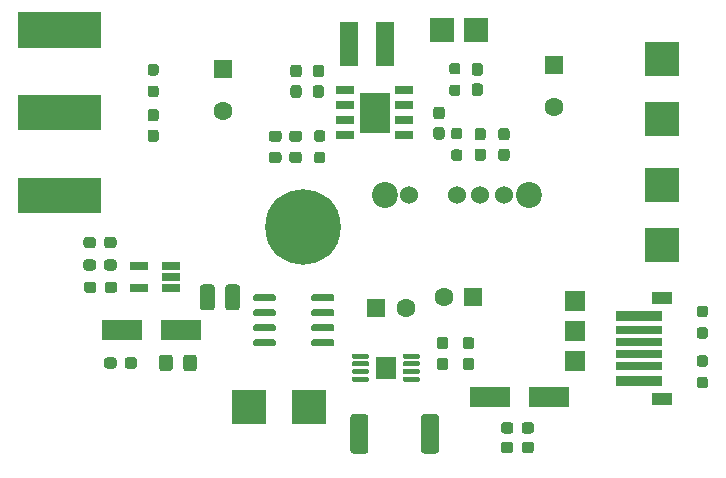
<source format=gbr>
%TF.GenerationSoftware,KiCad,Pcbnew,(5.1.6-0-10_14)*%
%TF.CreationDate,2022-04-17T17:35:50+02:00*%
%TF.ProjectId,smoke_extractor,736d6f6b-655f-4657-9874-726163746f72,rev?*%
%TF.SameCoordinates,Original*%
%TF.FileFunction,Soldermask,Top*%
%TF.FilePolarity,Negative*%
%FSLAX46Y46*%
G04 Gerber Fmt 4.6, Leading zero omitted, Abs format (unit mm)*
G04 Created by KiCad (PCBNEW (5.1.6-0-10_14)) date 2022-04-17 17:35:50*
%MOMM*%
%LPD*%
G01*
G04 APERTURE LIST*
%ADD10R,1.700000X1.700000*%
%ADD11C,1.600000*%
%ADD12R,1.600000X1.600000*%
%ADD13R,3.000000X3.000000*%
%ADD14R,1.500000X3.700000*%
%ADD15R,1.680000X1.880000*%
%ADD16R,1.560000X0.650000*%
%ADD17C,1.524000*%
%ADD18C,2.200000*%
%ADD19R,3.500000X1.800000*%
%ADD20R,2.000000X2.000000*%
%ADD21C,0.800000*%
%ADD22C,6.400000*%
%ADD23R,4.000000X0.700000*%
%ADD24R,4.000000X0.800000*%
%ADD25R,4.000000X0.900000*%
%ADD26C,0.100000*%
%ADD27R,1.505000X0.802000*%
%ADD28R,2.613000X3.502000*%
G04 APERTURE END LIST*
D10*
%TO.C,JPe*%
X66050000Y-41720000D03*
X66050000Y-44260000D03*
X66050000Y-46800000D03*
%TD*%
%TO.C,R13*%
G36*
G01*
X60800000Y-53912500D02*
X60800000Y-54387500D01*
G75*
G02*
X60562500Y-54625000I-237500J0D01*
G01*
X59987500Y-54625000D01*
G75*
G02*
X59750000Y-54387500I0J237500D01*
G01*
X59750000Y-53912500D01*
G75*
G02*
X59987500Y-53675000I237500J0D01*
G01*
X60562500Y-53675000D01*
G75*
G02*
X60800000Y-53912500I0J-237500D01*
G01*
G37*
G36*
G01*
X62550000Y-53912500D02*
X62550000Y-54387500D01*
G75*
G02*
X62312500Y-54625000I-237500J0D01*
G01*
X61737500Y-54625000D01*
G75*
G02*
X61500000Y-54387500I0J237500D01*
G01*
X61500000Y-53912500D01*
G75*
G02*
X61737500Y-53675000I237500J0D01*
G01*
X62312500Y-53675000D01*
G75*
G02*
X62550000Y-53912500I0J-237500D01*
G01*
G37*
%TD*%
D11*
%TO.C,C13*%
X51700000Y-42350000D03*
D12*
X49200000Y-42350000D03*
%TD*%
D11*
%TO.C,C9*%
X54900000Y-41400000D03*
D12*
X57400000Y-41400000D03*
%TD*%
D13*
%TO.C,J3*%
X73400000Y-37030000D03*
X73400000Y-31950000D03*
%TD*%
D14*
%TO.C,L1*%
X46850000Y-20000000D03*
X49950000Y-20000000D03*
%TD*%
%TO.C,9V*%
G36*
G01*
X58237500Y-28150000D02*
X57762500Y-28150000D01*
G75*
G02*
X57525000Y-27912500I0J237500D01*
G01*
X57525000Y-27337500D01*
G75*
G02*
X57762500Y-27100000I237500J0D01*
G01*
X58237500Y-27100000D01*
G75*
G02*
X58475000Y-27337500I0J-237500D01*
G01*
X58475000Y-27912500D01*
G75*
G02*
X58237500Y-28150000I-237500J0D01*
G01*
G37*
G36*
G01*
X58237500Y-29900000D02*
X57762500Y-29900000D01*
G75*
G02*
X57525000Y-29662500I0J237500D01*
G01*
X57525000Y-29087500D01*
G75*
G02*
X57762500Y-28850000I237500J0D01*
G01*
X58237500Y-28850000D01*
G75*
G02*
X58475000Y-29087500I0J-237500D01*
G01*
X58475000Y-29662500D01*
G75*
G02*
X58237500Y-29900000I-237500J0D01*
G01*
G37*
%TD*%
%TO.C,5V*%
G36*
G01*
X60237500Y-28150000D02*
X59762500Y-28150000D01*
G75*
G02*
X59525000Y-27912500I0J237500D01*
G01*
X59525000Y-27337500D01*
G75*
G02*
X59762500Y-27100000I237500J0D01*
G01*
X60237500Y-27100000D01*
G75*
G02*
X60475000Y-27337500I0J-237500D01*
G01*
X60475000Y-27912500D01*
G75*
G02*
X60237500Y-28150000I-237500J0D01*
G01*
G37*
G36*
G01*
X60237500Y-29900000D02*
X59762500Y-29900000D01*
G75*
G02*
X59525000Y-29662500I0J237500D01*
G01*
X59525000Y-29087500D01*
G75*
G02*
X59762500Y-28850000I237500J0D01*
G01*
X60237500Y-28850000D01*
G75*
G02*
X60475000Y-29087500I0J-237500D01*
G01*
X60475000Y-29662500D01*
G75*
G02*
X60237500Y-29900000I-237500J0D01*
G01*
G37*
%TD*%
D15*
%TO.C,U4*%
X50000000Y-47400000D03*
G36*
G01*
X48575000Y-48275000D02*
X48575000Y-48475000D01*
G75*
G02*
X48475000Y-48575000I-100000J0D01*
G01*
X47225000Y-48575000D01*
G75*
G02*
X47125000Y-48475000I0J100000D01*
G01*
X47125000Y-48275000D01*
G75*
G02*
X47225000Y-48175000I100000J0D01*
G01*
X48475000Y-48175000D01*
G75*
G02*
X48575000Y-48275000I0J-100000D01*
G01*
G37*
G36*
G01*
X48575000Y-47625000D02*
X48575000Y-47825000D01*
G75*
G02*
X48475000Y-47925000I-100000J0D01*
G01*
X47225000Y-47925000D01*
G75*
G02*
X47125000Y-47825000I0J100000D01*
G01*
X47125000Y-47625000D01*
G75*
G02*
X47225000Y-47525000I100000J0D01*
G01*
X48475000Y-47525000D01*
G75*
G02*
X48575000Y-47625000I0J-100000D01*
G01*
G37*
G36*
G01*
X48575000Y-46975000D02*
X48575000Y-47175000D01*
G75*
G02*
X48475000Y-47275000I-100000J0D01*
G01*
X47225000Y-47275000D01*
G75*
G02*
X47125000Y-47175000I0J100000D01*
G01*
X47125000Y-46975000D01*
G75*
G02*
X47225000Y-46875000I100000J0D01*
G01*
X48475000Y-46875000D01*
G75*
G02*
X48575000Y-46975000I0J-100000D01*
G01*
G37*
G36*
G01*
X48575000Y-46325000D02*
X48575000Y-46525000D01*
G75*
G02*
X48475000Y-46625000I-100000J0D01*
G01*
X47225000Y-46625000D01*
G75*
G02*
X47125000Y-46525000I0J100000D01*
G01*
X47125000Y-46325000D01*
G75*
G02*
X47225000Y-46225000I100000J0D01*
G01*
X48475000Y-46225000D01*
G75*
G02*
X48575000Y-46325000I0J-100000D01*
G01*
G37*
G36*
G01*
X52875000Y-46325000D02*
X52875000Y-46525000D01*
G75*
G02*
X52775000Y-46625000I-100000J0D01*
G01*
X51525000Y-46625000D01*
G75*
G02*
X51425000Y-46525000I0J100000D01*
G01*
X51425000Y-46325000D01*
G75*
G02*
X51525000Y-46225000I100000J0D01*
G01*
X52775000Y-46225000D01*
G75*
G02*
X52875000Y-46325000I0J-100000D01*
G01*
G37*
G36*
G01*
X52875000Y-46975000D02*
X52875000Y-47175000D01*
G75*
G02*
X52775000Y-47275000I-100000J0D01*
G01*
X51525000Y-47275000D01*
G75*
G02*
X51425000Y-47175000I0J100000D01*
G01*
X51425000Y-46975000D01*
G75*
G02*
X51525000Y-46875000I100000J0D01*
G01*
X52775000Y-46875000D01*
G75*
G02*
X52875000Y-46975000I0J-100000D01*
G01*
G37*
G36*
G01*
X52875000Y-47625000D02*
X52875000Y-47825000D01*
G75*
G02*
X52775000Y-47925000I-100000J0D01*
G01*
X51525000Y-47925000D01*
G75*
G02*
X51425000Y-47825000I0J100000D01*
G01*
X51425000Y-47625000D01*
G75*
G02*
X51525000Y-47525000I100000J0D01*
G01*
X52775000Y-47525000D01*
G75*
G02*
X52875000Y-47625000I0J-100000D01*
G01*
G37*
G36*
G01*
X52875000Y-48275000D02*
X52875000Y-48475000D01*
G75*
G02*
X52775000Y-48575000I-100000J0D01*
G01*
X51525000Y-48575000D01*
G75*
G02*
X51425000Y-48475000I0J100000D01*
G01*
X51425000Y-48275000D01*
G75*
G02*
X51525000Y-48175000I100000J0D01*
G01*
X52775000Y-48175000D01*
G75*
G02*
X52875000Y-48275000I0J-100000D01*
G01*
G37*
%TD*%
D16*
%TO.C,U3*%
X29100000Y-40650000D03*
X29100000Y-38750000D03*
X31800000Y-38750000D03*
X31800000Y-39700000D03*
X31800000Y-40650000D03*
%TD*%
D17*
%TO.C,SW2*%
X56000000Y-32800000D03*
X58000000Y-32800000D03*
X60000000Y-32800000D03*
D18*
X62100000Y-32800000D03*
D17*
X52000000Y-32800000D03*
D18*
X49900000Y-32800000D03*
%TD*%
%TO.C,R10*%
G36*
G01*
X48525000Y-51574999D02*
X48525000Y-54425001D01*
G75*
G02*
X48275001Y-54675000I-249999J0D01*
G01*
X47249999Y-54675000D01*
G75*
G02*
X47000000Y-54425001I0J249999D01*
G01*
X47000000Y-51574999D01*
G75*
G02*
X47249999Y-51325000I249999J0D01*
G01*
X48275001Y-51325000D01*
G75*
G02*
X48525000Y-51574999I0J-249999D01*
G01*
G37*
G36*
G01*
X54500000Y-51574999D02*
X54500000Y-54425001D01*
G75*
G02*
X54250001Y-54675000I-249999J0D01*
G01*
X53224999Y-54675000D01*
G75*
G02*
X52975000Y-54425001I0J249999D01*
G01*
X52975000Y-51574999D01*
G75*
G02*
X53224999Y-51325000I249999J0D01*
G01*
X54250001Y-51325000D01*
G75*
G02*
X54500000Y-51574999I0J-249999D01*
G01*
G37*
%TD*%
%TO.C,R9*%
G36*
G01*
X61500000Y-52737500D02*
X61500000Y-52262500D01*
G75*
G02*
X61737500Y-52025000I237500J0D01*
G01*
X62312500Y-52025000D01*
G75*
G02*
X62550000Y-52262500I0J-237500D01*
G01*
X62550000Y-52737500D01*
G75*
G02*
X62312500Y-52975000I-237500J0D01*
G01*
X61737500Y-52975000D01*
G75*
G02*
X61500000Y-52737500I0J237500D01*
G01*
G37*
G36*
G01*
X59750000Y-52737500D02*
X59750000Y-52262500D01*
G75*
G02*
X59987500Y-52025000I237500J0D01*
G01*
X60562500Y-52025000D01*
G75*
G02*
X60800000Y-52262500I0J-237500D01*
G01*
X60800000Y-52737500D01*
G75*
G02*
X60562500Y-52975000I-237500J0D01*
G01*
X59987500Y-52975000D01*
G75*
G02*
X59750000Y-52737500I0J237500D01*
G01*
G37*
%TD*%
%TO.C,R8*%
G36*
G01*
X32850000Y-47450001D02*
X32850000Y-46549999D01*
G75*
G02*
X33099999Y-46300000I249999J0D01*
G01*
X33750001Y-46300000D01*
G75*
G02*
X34000000Y-46549999I0J-249999D01*
G01*
X34000000Y-47450001D01*
G75*
G02*
X33750001Y-47700000I-249999J0D01*
G01*
X33099999Y-47700000D01*
G75*
G02*
X32850000Y-47450001I0J249999D01*
G01*
G37*
G36*
G01*
X30800000Y-47450001D02*
X30800000Y-46549999D01*
G75*
G02*
X31049999Y-46300000I249999J0D01*
G01*
X31700001Y-46300000D01*
G75*
G02*
X31950000Y-46549999I0J-249999D01*
G01*
X31950000Y-47450001D01*
G75*
G02*
X31700001Y-47700000I-249999J0D01*
G01*
X31049999Y-47700000D01*
G75*
G02*
X30800000Y-47450001I0J249999D01*
G01*
G37*
%TD*%
%TO.C,R7*%
G36*
G01*
X56762500Y-46550000D02*
X57237500Y-46550000D01*
G75*
G02*
X57475000Y-46787500I0J-237500D01*
G01*
X57475000Y-47362500D01*
G75*
G02*
X57237500Y-47600000I-237500J0D01*
G01*
X56762500Y-47600000D01*
G75*
G02*
X56525000Y-47362500I0J237500D01*
G01*
X56525000Y-46787500D01*
G75*
G02*
X56762500Y-46550000I237500J0D01*
G01*
G37*
G36*
G01*
X56762500Y-44800000D02*
X57237500Y-44800000D01*
G75*
G02*
X57475000Y-45037500I0J-237500D01*
G01*
X57475000Y-45612500D01*
G75*
G02*
X57237500Y-45850000I-237500J0D01*
G01*
X56762500Y-45850000D01*
G75*
G02*
X56525000Y-45612500I0J237500D01*
G01*
X56525000Y-45037500D01*
G75*
G02*
X56762500Y-44800000I237500J0D01*
G01*
G37*
%TD*%
%TO.C,Q1*%
G36*
G01*
X40700000Y-45155000D02*
X40700000Y-45455000D01*
G75*
G02*
X40550000Y-45605000I-150000J0D01*
G01*
X38900000Y-45605000D01*
G75*
G02*
X38750000Y-45455000I0J150000D01*
G01*
X38750000Y-45155000D01*
G75*
G02*
X38900000Y-45005000I150000J0D01*
G01*
X40550000Y-45005000D01*
G75*
G02*
X40700000Y-45155000I0J-150000D01*
G01*
G37*
G36*
G01*
X40700000Y-43885000D02*
X40700000Y-44185000D01*
G75*
G02*
X40550000Y-44335000I-150000J0D01*
G01*
X38900000Y-44335000D01*
G75*
G02*
X38750000Y-44185000I0J150000D01*
G01*
X38750000Y-43885000D01*
G75*
G02*
X38900000Y-43735000I150000J0D01*
G01*
X40550000Y-43735000D01*
G75*
G02*
X40700000Y-43885000I0J-150000D01*
G01*
G37*
G36*
G01*
X40700000Y-42615000D02*
X40700000Y-42915000D01*
G75*
G02*
X40550000Y-43065000I-150000J0D01*
G01*
X38900000Y-43065000D01*
G75*
G02*
X38750000Y-42915000I0J150000D01*
G01*
X38750000Y-42615000D01*
G75*
G02*
X38900000Y-42465000I150000J0D01*
G01*
X40550000Y-42465000D01*
G75*
G02*
X40700000Y-42615000I0J-150000D01*
G01*
G37*
G36*
G01*
X40700000Y-41345000D02*
X40700000Y-41645000D01*
G75*
G02*
X40550000Y-41795000I-150000J0D01*
G01*
X38900000Y-41795000D01*
G75*
G02*
X38750000Y-41645000I0J150000D01*
G01*
X38750000Y-41345000D01*
G75*
G02*
X38900000Y-41195000I150000J0D01*
G01*
X40550000Y-41195000D01*
G75*
G02*
X40700000Y-41345000I0J-150000D01*
G01*
G37*
G36*
G01*
X45650000Y-41345000D02*
X45650000Y-41645000D01*
G75*
G02*
X45500000Y-41795000I-150000J0D01*
G01*
X43850000Y-41795000D01*
G75*
G02*
X43700000Y-41645000I0J150000D01*
G01*
X43700000Y-41345000D01*
G75*
G02*
X43850000Y-41195000I150000J0D01*
G01*
X45500000Y-41195000D01*
G75*
G02*
X45650000Y-41345000I0J-150000D01*
G01*
G37*
G36*
G01*
X45650000Y-42615000D02*
X45650000Y-42915000D01*
G75*
G02*
X45500000Y-43065000I-150000J0D01*
G01*
X43850000Y-43065000D01*
G75*
G02*
X43700000Y-42915000I0J150000D01*
G01*
X43700000Y-42615000D01*
G75*
G02*
X43850000Y-42465000I150000J0D01*
G01*
X45500000Y-42465000D01*
G75*
G02*
X45650000Y-42615000I0J-150000D01*
G01*
G37*
G36*
G01*
X45650000Y-43885000D02*
X45650000Y-44185000D01*
G75*
G02*
X45500000Y-44335000I-150000J0D01*
G01*
X43850000Y-44335000D01*
G75*
G02*
X43700000Y-44185000I0J150000D01*
G01*
X43700000Y-43885000D01*
G75*
G02*
X43850000Y-43735000I150000J0D01*
G01*
X45500000Y-43735000D01*
G75*
G02*
X45650000Y-43885000I0J-150000D01*
G01*
G37*
G36*
G01*
X45650000Y-45155000D02*
X45650000Y-45455000D01*
G75*
G02*
X45500000Y-45605000I-150000J0D01*
G01*
X43850000Y-45605000D01*
G75*
G02*
X43700000Y-45455000I0J150000D01*
G01*
X43700000Y-45155000D01*
G75*
G02*
X43850000Y-45005000I150000J0D01*
G01*
X45500000Y-45005000D01*
G75*
G02*
X45650000Y-45155000I0J-150000D01*
G01*
G37*
%TD*%
%TO.C,L2*%
G36*
G01*
X36400000Y-42300000D02*
X36400000Y-40600000D01*
G75*
G02*
X36650000Y-40350000I250000J0D01*
G01*
X37400000Y-40350000D01*
G75*
G02*
X37650000Y-40600000I0J-250000D01*
G01*
X37650000Y-42300000D01*
G75*
G02*
X37400000Y-42550000I-250000J0D01*
G01*
X36650000Y-42550000D01*
G75*
G02*
X36400000Y-42300000I0J250000D01*
G01*
G37*
G36*
G01*
X34250000Y-42300000D02*
X34250000Y-40600000D01*
G75*
G02*
X34500000Y-40350000I250000J0D01*
G01*
X35250000Y-40350000D01*
G75*
G02*
X35500000Y-40600000I0J-250000D01*
G01*
X35500000Y-42300000D01*
G75*
G02*
X35250000Y-42550000I-250000J0D01*
G01*
X34500000Y-42550000D01*
G75*
G02*
X34250000Y-42300000I0J250000D01*
G01*
G37*
%TD*%
D13*
%TO.C,J2*%
X38420000Y-50700000D03*
X43500000Y-50700000D03*
%TD*%
%TO.C,J1*%
X73400000Y-26380000D03*
X73400000Y-21300000D03*
%TD*%
D19*
%TO.C,D5*%
X32700000Y-44200000D03*
X27700000Y-44200000D03*
%TD*%
%TO.C,D4*%
G36*
G01*
X55037500Y-45850000D02*
X54562500Y-45850000D01*
G75*
G02*
X54325000Y-45612500I0J237500D01*
G01*
X54325000Y-45037500D01*
G75*
G02*
X54562500Y-44800000I237500J0D01*
G01*
X55037500Y-44800000D01*
G75*
G02*
X55275000Y-45037500I0J-237500D01*
G01*
X55275000Y-45612500D01*
G75*
G02*
X55037500Y-45850000I-237500J0D01*
G01*
G37*
G36*
G01*
X55037500Y-47600000D02*
X54562500Y-47600000D01*
G75*
G02*
X54325000Y-47362500I0J237500D01*
G01*
X54325000Y-46787500D01*
G75*
G02*
X54562500Y-46550000I237500J0D01*
G01*
X55037500Y-46550000D01*
G75*
G02*
X55275000Y-46787500I0J-237500D01*
G01*
X55275000Y-47362500D01*
G75*
G02*
X55037500Y-47600000I-237500J0D01*
G01*
G37*
%TD*%
%TO.C,D3*%
X63850000Y-49850000D03*
X58850000Y-49850000D03*
%TD*%
%TO.C,C14*%
G36*
G01*
X26200000Y-40837500D02*
X26200000Y-40362500D01*
G75*
G02*
X26437500Y-40125000I237500J0D01*
G01*
X27012500Y-40125000D01*
G75*
G02*
X27250000Y-40362500I0J-237500D01*
G01*
X27250000Y-40837500D01*
G75*
G02*
X27012500Y-41075000I-237500J0D01*
G01*
X26437500Y-41075000D01*
G75*
G02*
X26200000Y-40837500I0J237500D01*
G01*
G37*
G36*
G01*
X24450000Y-40837500D02*
X24450000Y-40362500D01*
G75*
G02*
X24687500Y-40125000I237500J0D01*
G01*
X25262500Y-40125000D01*
G75*
G02*
X25500000Y-40362500I0J-237500D01*
G01*
X25500000Y-40837500D01*
G75*
G02*
X25262500Y-41075000I-237500J0D01*
G01*
X24687500Y-41075000D01*
G75*
G02*
X24450000Y-40837500I0J237500D01*
G01*
G37*
%TD*%
%TO.C,C12*%
G36*
G01*
X26150000Y-38937500D02*
X26150000Y-38462500D01*
G75*
G02*
X26387500Y-38225000I237500J0D01*
G01*
X26962500Y-38225000D01*
G75*
G02*
X27200000Y-38462500I0J-237500D01*
G01*
X27200000Y-38937500D01*
G75*
G02*
X26962500Y-39175000I-237500J0D01*
G01*
X26387500Y-39175000D01*
G75*
G02*
X26150000Y-38937500I0J237500D01*
G01*
G37*
G36*
G01*
X24400000Y-38937500D02*
X24400000Y-38462500D01*
G75*
G02*
X24637500Y-38225000I237500J0D01*
G01*
X25212500Y-38225000D01*
G75*
G02*
X25450000Y-38462500I0J-237500D01*
G01*
X25450000Y-38937500D01*
G75*
G02*
X25212500Y-39175000I-237500J0D01*
G01*
X24637500Y-39175000D01*
G75*
G02*
X24400000Y-38937500I0J237500D01*
G01*
G37*
%TD*%
%TO.C,C11*%
G36*
G01*
X26150000Y-37037500D02*
X26150000Y-36562500D01*
G75*
G02*
X26387500Y-36325000I237500J0D01*
G01*
X26962500Y-36325000D01*
G75*
G02*
X27200000Y-36562500I0J-237500D01*
G01*
X27200000Y-37037500D01*
G75*
G02*
X26962500Y-37275000I-237500J0D01*
G01*
X26387500Y-37275000D01*
G75*
G02*
X26150000Y-37037500I0J237500D01*
G01*
G37*
G36*
G01*
X24400000Y-37037500D02*
X24400000Y-36562500D01*
G75*
G02*
X24637500Y-36325000I237500J0D01*
G01*
X25212500Y-36325000D01*
G75*
G02*
X25450000Y-36562500I0J-237500D01*
G01*
X25450000Y-37037500D01*
G75*
G02*
X25212500Y-37275000I-237500J0D01*
G01*
X24637500Y-37275000D01*
G75*
G02*
X24400000Y-37037500I0J237500D01*
G01*
G37*
%TD*%
%TO.C,C10*%
G36*
G01*
X27900000Y-47237500D02*
X27900000Y-46762500D01*
G75*
G02*
X28137500Y-46525000I237500J0D01*
G01*
X28712500Y-46525000D01*
G75*
G02*
X28950000Y-46762500I0J-237500D01*
G01*
X28950000Y-47237500D01*
G75*
G02*
X28712500Y-47475000I-237500J0D01*
G01*
X28137500Y-47475000D01*
G75*
G02*
X27900000Y-47237500I0J237500D01*
G01*
G37*
G36*
G01*
X26150000Y-47237500D02*
X26150000Y-46762500D01*
G75*
G02*
X26387500Y-46525000I237500J0D01*
G01*
X26962500Y-46525000D01*
G75*
G02*
X27200000Y-46762500I0J-237500D01*
G01*
X27200000Y-47237500D01*
G75*
G02*
X26962500Y-47475000I-237500J0D01*
G01*
X26387500Y-47475000D01*
G75*
G02*
X26150000Y-47237500I0J237500D01*
G01*
G37*
%TD*%
D20*
%TO.C,D1*%
X54800000Y-18800000D03*
X57600000Y-18800000D03*
%TD*%
D21*
%TO.C,H2*%
X44647056Y-33802944D03*
X42950000Y-33100000D03*
X41252944Y-33802944D03*
X40550000Y-35500000D03*
X41252944Y-37197056D03*
X42950000Y-37900000D03*
X44647056Y-37197056D03*
X45350000Y-35500000D03*
D22*
X42950000Y-35500000D03*
%TD*%
%TO.C,R4*%
G36*
G01*
X30062500Y-23525000D02*
X30537500Y-23525000D01*
G75*
G02*
X30775000Y-23762500I0J-237500D01*
G01*
X30775000Y-24262500D01*
G75*
G02*
X30537500Y-24500000I-237500J0D01*
G01*
X30062500Y-24500000D01*
G75*
G02*
X29825000Y-24262500I0J237500D01*
G01*
X29825000Y-23762500D01*
G75*
G02*
X30062500Y-23525000I237500J0D01*
G01*
G37*
G36*
G01*
X30062500Y-21700000D02*
X30537500Y-21700000D01*
G75*
G02*
X30775000Y-21937500I0J-237500D01*
G01*
X30775000Y-22437500D01*
G75*
G02*
X30537500Y-22675000I-237500J0D01*
G01*
X30062500Y-22675000D01*
G75*
G02*
X29825000Y-22437500I0J237500D01*
G01*
X29825000Y-21937500D01*
G75*
G02*
X30062500Y-21700000I237500J0D01*
G01*
G37*
%TD*%
%TO.C,D2*%
G36*
G01*
X30537500Y-26550000D02*
X30062500Y-26550000D01*
G75*
G02*
X29825000Y-26312500I0J237500D01*
G01*
X29825000Y-25737500D01*
G75*
G02*
X30062500Y-25500000I237500J0D01*
G01*
X30537500Y-25500000D01*
G75*
G02*
X30775000Y-25737500I0J-237500D01*
G01*
X30775000Y-26312500D01*
G75*
G02*
X30537500Y-26550000I-237500J0D01*
G01*
G37*
G36*
G01*
X30537500Y-28300000D02*
X30062500Y-28300000D01*
G75*
G02*
X29825000Y-28062500I0J237500D01*
G01*
X29825000Y-27487500D01*
G75*
G02*
X30062500Y-27250000I237500J0D01*
G01*
X30537500Y-27250000D01*
G75*
G02*
X30775000Y-27487500I0J-237500D01*
G01*
X30775000Y-28062500D01*
G75*
G02*
X30537500Y-28300000I-237500J0D01*
G01*
G37*
%TD*%
D11*
%TO.C,C3*%
X36250000Y-25650000D03*
D12*
X36250000Y-22150000D03*
%TD*%
%TO.C,C1*%
G36*
G01*
X44062500Y-23475000D02*
X44537500Y-23475000D01*
G75*
G02*
X44775000Y-23712500I0J-237500D01*
G01*
X44775000Y-24312500D01*
G75*
G02*
X44537500Y-24550000I-237500J0D01*
G01*
X44062500Y-24550000D01*
G75*
G02*
X43825000Y-24312500I0J237500D01*
G01*
X43825000Y-23712500D01*
G75*
G02*
X44062500Y-23475000I237500J0D01*
G01*
G37*
G36*
G01*
X44062500Y-21750000D02*
X44537500Y-21750000D01*
G75*
G02*
X44775000Y-21987500I0J-237500D01*
G01*
X44775000Y-22587500D01*
G75*
G02*
X44537500Y-22825000I-237500J0D01*
G01*
X44062500Y-22825000D01*
G75*
G02*
X43825000Y-22587500I0J237500D01*
G01*
X43825000Y-21987500D01*
G75*
G02*
X44062500Y-21750000I237500J0D01*
G01*
G37*
%TD*%
%TO.C,12V*%
G36*
G01*
X56237500Y-28075000D02*
X55762500Y-28075000D01*
G75*
G02*
X55525000Y-27837500I0J237500D01*
G01*
X55525000Y-27337500D01*
G75*
G02*
X55762500Y-27100000I237500J0D01*
G01*
X56237500Y-27100000D01*
G75*
G02*
X56475000Y-27337500I0J-237500D01*
G01*
X56475000Y-27837500D01*
G75*
G02*
X56237500Y-28075000I-237500J0D01*
G01*
G37*
G36*
G01*
X56237500Y-29900000D02*
X55762500Y-29900000D01*
G75*
G02*
X55525000Y-29662500I0J237500D01*
G01*
X55525000Y-29162500D01*
G75*
G02*
X55762500Y-28925000I237500J0D01*
G01*
X56237500Y-28925000D01*
G75*
G02*
X56475000Y-29162500I0J-237500D01*
G01*
X56475000Y-29662500D01*
G75*
G02*
X56237500Y-29900000I-237500J0D01*
G01*
G37*
%TD*%
D23*
%TO.C,U2*%
X71450000Y-46250000D03*
X71450000Y-45250000D03*
D24*
X71450000Y-47250000D03*
X71450000Y-44250000D03*
D25*
X71450000Y-48500000D03*
X71450000Y-43000000D03*
D26*
G36*
X72500000Y-50550000D02*
G01*
X72500000Y-49550000D01*
X74200000Y-49550000D01*
X74200000Y-50550000D01*
X72500000Y-50550000D01*
G37*
G36*
X72500000Y-42000000D02*
G01*
X72500000Y-41000000D01*
X74200000Y-41000000D01*
X74200000Y-42000000D01*
X72500000Y-42000000D01*
G37*
%TD*%
D27*
%TO.C,U1*%
X46552500Y-23895000D03*
X46552500Y-25165000D03*
X46552500Y-26435000D03*
X46552500Y-27705000D03*
X51547500Y-27705000D03*
X51547500Y-26435000D03*
X51547500Y-25165000D03*
X51547500Y-23895000D03*
D28*
X49050000Y-25800000D03*
%TD*%
D26*
%TO.C,SW1*%
G36*
X25850000Y-34300000D02*
G01*
X18850000Y-34300000D01*
X18850000Y-31300000D01*
X25850000Y-31300000D01*
X25850000Y-34300000D01*
G37*
G36*
X25850000Y-27300000D02*
G01*
X18850000Y-27300000D01*
X18850000Y-24300000D01*
X25850000Y-24300000D01*
X25850000Y-27300000D01*
G37*
G36*
X25850000Y-20300000D02*
G01*
X18850000Y-20300000D01*
X18850000Y-17300000D01*
X25850000Y-17300000D01*
X25850000Y-20300000D01*
G37*
%TD*%
%TO.C,R6*%
G36*
G01*
X76562500Y-43975000D02*
X77037500Y-43975000D01*
G75*
G02*
X77275000Y-44212500I0J-237500D01*
G01*
X77275000Y-44712500D01*
G75*
G02*
X77037500Y-44950000I-237500J0D01*
G01*
X76562500Y-44950000D01*
G75*
G02*
X76325000Y-44712500I0J237500D01*
G01*
X76325000Y-44212500D01*
G75*
G02*
X76562500Y-43975000I237500J0D01*
G01*
G37*
G36*
G01*
X76562500Y-42150000D02*
X77037500Y-42150000D01*
G75*
G02*
X77275000Y-42387500I0J-237500D01*
G01*
X77275000Y-42887500D01*
G75*
G02*
X77037500Y-43125000I-237500J0D01*
G01*
X76562500Y-43125000D01*
G75*
G02*
X76325000Y-42887500I0J237500D01*
G01*
X76325000Y-42387500D01*
G75*
G02*
X76562500Y-42150000I237500J0D01*
G01*
G37*
%TD*%
%TO.C,R5*%
G36*
G01*
X77037500Y-47325000D02*
X76562500Y-47325000D01*
G75*
G02*
X76325000Y-47087500I0J237500D01*
G01*
X76325000Y-46587500D01*
G75*
G02*
X76562500Y-46350000I237500J0D01*
G01*
X77037500Y-46350000D01*
G75*
G02*
X77275000Y-46587500I0J-237500D01*
G01*
X77275000Y-47087500D01*
G75*
G02*
X77037500Y-47325000I-237500J0D01*
G01*
G37*
G36*
G01*
X77037500Y-49150000D02*
X76562500Y-49150000D01*
G75*
G02*
X76325000Y-48912500I0J237500D01*
G01*
X76325000Y-48412500D01*
G75*
G02*
X76562500Y-48175000I237500J0D01*
G01*
X77037500Y-48175000D01*
G75*
G02*
X77275000Y-48412500I0J-237500D01*
G01*
X77275000Y-48912500D01*
G75*
G02*
X77037500Y-49150000I-237500J0D01*
G01*
G37*
%TD*%
%TO.C,R2*%
G36*
G01*
X55612500Y-23425000D02*
X56087500Y-23425000D01*
G75*
G02*
X56325000Y-23662500I0J-237500D01*
G01*
X56325000Y-24162500D01*
G75*
G02*
X56087500Y-24400000I-237500J0D01*
G01*
X55612500Y-24400000D01*
G75*
G02*
X55375000Y-24162500I0J237500D01*
G01*
X55375000Y-23662500D01*
G75*
G02*
X55612500Y-23425000I237500J0D01*
G01*
G37*
G36*
G01*
X55612500Y-21600000D02*
X56087500Y-21600000D01*
G75*
G02*
X56325000Y-21837500I0J-237500D01*
G01*
X56325000Y-22337500D01*
G75*
G02*
X56087500Y-22575000I-237500J0D01*
G01*
X55612500Y-22575000D01*
G75*
G02*
X55375000Y-22337500I0J237500D01*
G01*
X55375000Y-21837500D01*
G75*
G02*
X55612500Y-21600000I237500J0D01*
G01*
G37*
%TD*%
%TO.C,R1*%
G36*
G01*
X44162500Y-29125000D02*
X44637500Y-29125000D01*
G75*
G02*
X44875000Y-29362500I0J-237500D01*
G01*
X44875000Y-29862500D01*
G75*
G02*
X44637500Y-30100000I-237500J0D01*
G01*
X44162500Y-30100000D01*
G75*
G02*
X43925000Y-29862500I0J237500D01*
G01*
X43925000Y-29362500D01*
G75*
G02*
X44162500Y-29125000I237500J0D01*
G01*
G37*
G36*
G01*
X44162500Y-27300000D02*
X44637500Y-27300000D01*
G75*
G02*
X44875000Y-27537500I0J-237500D01*
G01*
X44875000Y-28037500D01*
G75*
G02*
X44637500Y-28275000I-237500J0D01*
G01*
X44162500Y-28275000D01*
G75*
G02*
X43925000Y-28037500I0J237500D01*
G01*
X43925000Y-27537500D01*
G75*
G02*
X44162500Y-27300000I237500J0D01*
G01*
G37*
%TD*%
D11*
%TO.C,C8*%
X64200000Y-25300000D03*
D12*
X64200000Y-21800000D03*
%TD*%
%TO.C,C7*%
G36*
G01*
X57512500Y-23325000D02*
X57987500Y-23325000D01*
G75*
G02*
X58225000Y-23562500I0J-237500D01*
G01*
X58225000Y-24162500D01*
G75*
G02*
X57987500Y-24400000I-237500J0D01*
G01*
X57512500Y-24400000D01*
G75*
G02*
X57275000Y-24162500I0J237500D01*
G01*
X57275000Y-23562500D01*
G75*
G02*
X57512500Y-23325000I237500J0D01*
G01*
G37*
G36*
G01*
X57512500Y-21600000D02*
X57987500Y-21600000D01*
G75*
G02*
X58225000Y-21837500I0J-237500D01*
G01*
X58225000Y-22437500D01*
G75*
G02*
X57987500Y-22675000I-237500J0D01*
G01*
X57512500Y-22675000D01*
G75*
G02*
X57275000Y-22437500I0J237500D01*
G01*
X57275000Y-21837500D01*
G75*
G02*
X57512500Y-21600000I237500J0D01*
G01*
G37*
%TD*%
%TO.C,C6*%
G36*
G01*
X54262500Y-27025000D02*
X54737500Y-27025000D01*
G75*
G02*
X54975000Y-27262500I0J-237500D01*
G01*
X54975000Y-27862500D01*
G75*
G02*
X54737500Y-28100000I-237500J0D01*
G01*
X54262500Y-28100000D01*
G75*
G02*
X54025000Y-27862500I0J237500D01*
G01*
X54025000Y-27262500D01*
G75*
G02*
X54262500Y-27025000I237500J0D01*
G01*
G37*
G36*
G01*
X54262500Y-25300000D02*
X54737500Y-25300000D01*
G75*
G02*
X54975000Y-25537500I0J-237500D01*
G01*
X54975000Y-26137500D01*
G75*
G02*
X54737500Y-26375000I-237500J0D01*
G01*
X54262500Y-26375000D01*
G75*
G02*
X54025000Y-26137500I0J237500D01*
G01*
X54025000Y-25537500D01*
G75*
G02*
X54262500Y-25300000I237500J0D01*
G01*
G37*
%TD*%
%TO.C,C5*%
G36*
G01*
X41175000Y-27562500D02*
X41175000Y-28037500D01*
G75*
G02*
X40937500Y-28275000I-237500J0D01*
G01*
X40337500Y-28275000D01*
G75*
G02*
X40100000Y-28037500I0J237500D01*
G01*
X40100000Y-27562500D01*
G75*
G02*
X40337500Y-27325000I237500J0D01*
G01*
X40937500Y-27325000D01*
G75*
G02*
X41175000Y-27562500I0J-237500D01*
G01*
G37*
G36*
G01*
X42900000Y-27562500D02*
X42900000Y-28037500D01*
G75*
G02*
X42662500Y-28275000I-237500J0D01*
G01*
X42062500Y-28275000D01*
G75*
G02*
X41825000Y-28037500I0J237500D01*
G01*
X41825000Y-27562500D01*
G75*
G02*
X42062500Y-27325000I237500J0D01*
G01*
X42662500Y-27325000D01*
G75*
G02*
X42900000Y-27562500I0J-237500D01*
G01*
G37*
%TD*%
%TO.C,C4*%
G36*
G01*
X41175000Y-29362500D02*
X41175000Y-29837500D01*
G75*
G02*
X40937500Y-30075000I-237500J0D01*
G01*
X40337500Y-30075000D01*
G75*
G02*
X40100000Y-29837500I0J237500D01*
G01*
X40100000Y-29362500D01*
G75*
G02*
X40337500Y-29125000I237500J0D01*
G01*
X40937500Y-29125000D01*
G75*
G02*
X41175000Y-29362500I0J-237500D01*
G01*
G37*
G36*
G01*
X42900000Y-29362500D02*
X42900000Y-29837500D01*
G75*
G02*
X42662500Y-30075000I-237500J0D01*
G01*
X42062500Y-30075000D01*
G75*
G02*
X41825000Y-29837500I0J237500D01*
G01*
X41825000Y-29362500D01*
G75*
G02*
X42062500Y-29125000I237500J0D01*
G01*
X42662500Y-29125000D01*
G75*
G02*
X42900000Y-29362500I0J-237500D01*
G01*
G37*
%TD*%
%TO.C,C2*%
G36*
G01*
X42162500Y-23475000D02*
X42637500Y-23475000D01*
G75*
G02*
X42875000Y-23712500I0J-237500D01*
G01*
X42875000Y-24312500D01*
G75*
G02*
X42637500Y-24550000I-237500J0D01*
G01*
X42162500Y-24550000D01*
G75*
G02*
X41925000Y-24312500I0J237500D01*
G01*
X41925000Y-23712500D01*
G75*
G02*
X42162500Y-23475000I237500J0D01*
G01*
G37*
G36*
G01*
X42162500Y-21750000D02*
X42637500Y-21750000D01*
G75*
G02*
X42875000Y-21987500I0J-237500D01*
G01*
X42875000Y-22587500D01*
G75*
G02*
X42637500Y-22825000I-237500J0D01*
G01*
X42162500Y-22825000D01*
G75*
G02*
X41925000Y-22587500I0J237500D01*
G01*
X41925000Y-21987500D01*
G75*
G02*
X42162500Y-21750000I237500J0D01*
G01*
G37*
%TD*%
M02*

</source>
